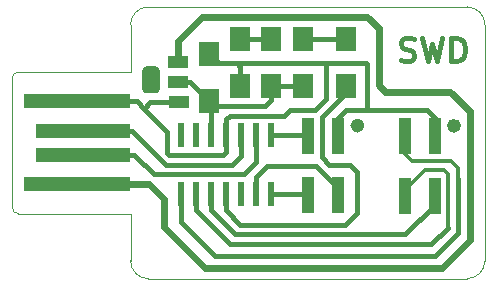
<source format=gbr>
%TF.GenerationSoftware,KiCad,Pcbnew,6.0.2-378541a8eb~116~ubuntu20.04.1*%
%TF.CreationDate,2022-02-22T12:30:53+00:00*%
%TF.ProjectId,Programmer-SWD-D11C,50726f67-7261-46d6-9d65-722d5357442d,rev?*%
%TF.SameCoordinates,Original*%
%TF.FileFunction,Copper,L1,Top*%
%TF.FilePolarity,Positive*%
%FSLAX46Y46*%
G04 Gerber Fmt 4.6, Leading zero omitted, Abs format (unit mm)*
G04 Created by KiCad (PCBNEW 6.0.2-378541a8eb~116~ubuntu20.04.1) date 2022-02-22 12:30:53*
%MOMM*%
%LPD*%
G01*
G04 APERTURE LIST*
G04 Aperture macros list*
%AMRoundRect*
0 Rectangle with rounded corners*
0 $1 Rounding radius*
0 $2 $3 $4 $5 $6 $7 $8 $9 X,Y pos of 4 corners*
0 Add a 4 corners polygon primitive as box body*
4,1,4,$2,$3,$4,$5,$6,$7,$8,$9,$2,$3,0*
0 Add four circle primitives for the rounded corners*
1,1,$1+$1,$2,$3*
1,1,$1+$1,$4,$5*
1,1,$1+$1,$6,$7*
1,1,$1+$1,$8,$9*
0 Add four rect primitives between the rounded corners*
20,1,$1+$1,$2,$3,$4,$5,0*
20,1,$1+$1,$4,$5,$6,$7,0*
20,1,$1+$1,$6,$7,$8,$9,0*
20,1,$1+$1,$8,$9,$2,$3,0*%
G04 Aperture macros list end*
%TA.AperFunction,Profile*%
%ADD10C,0.100000*%
%TD*%
%ADD11C,0.400000*%
%TA.AperFunction,NonConductor*%
%ADD12C,0.400000*%
%TD*%
%TA.AperFunction,EtchedComponent*%
%ADD13C,0.600000*%
%TD*%
%TA.AperFunction,SMDPad,CuDef*%
%ADD14R,0.600000X2.000000*%
%TD*%
%TA.AperFunction,SMDPad,CuDef*%
%ADD15R,1.700000X2.000000*%
%TD*%
%TA.AperFunction,SMDPad,CuDef*%
%ADD16R,9.000000X1.200000*%
%TD*%
%TA.AperFunction,SMDPad,CuDef*%
%ADD17R,8.000000X1.200000*%
%TD*%
%TA.AperFunction,SMDPad,CuDef*%
%ADD18R,1.800000X1.000000*%
%TD*%
%TA.AperFunction,SMDPad,CuDef*%
%ADD19RoundRect,0.381000X-0.381000X0.762000X-0.381000X-0.762000X0.381000X-0.762000X0.381000X0.762000X0*%
%TD*%
%TA.AperFunction,SMDPad,CuDef*%
%ADD20R,1.000000X3.150000*%
%TD*%
%TA.AperFunction,Conductor*%
%ADD21C,0.400000*%
%TD*%
%TA.AperFunction,Conductor*%
%ADD22C,0.390000*%
%TD*%
%TA.AperFunction,Conductor*%
%ADD23C,0.600000*%
%TD*%
%TA.AperFunction,Conductor*%
%ADD24C,0.300000*%
%TD*%
%TA.AperFunction,Conductor*%
%ADD25C,0.350000*%
%TD*%
G04 APERTURE END LIST*
D10*
X45002079Y23635387D02*
G75*
G03*
X43502079Y25135387I-1500001J-1D01*
G01*
X45002079Y3635387D02*
X45002079Y23635387D01*
X16502079Y2135387D02*
X43502079Y2135387D01*
X15002079Y19635387D02*
X5502079Y19635387D01*
X15002079Y23635387D02*
X15002079Y19635387D01*
X16502079Y25135387D02*
G75*
G03*
X15002079Y23635387I1J-1500001D01*
G01*
X15002079Y3635387D02*
G75*
G03*
X16502079Y2135387I1500001J1D01*
G01*
X5502079Y19635387D02*
G75*
G03*
X5002079Y19135387I1J-500001D01*
G01*
X43502079Y2135387D02*
G75*
G03*
X45002079Y3635387I-1J1500001D01*
G01*
X5002079Y19135387D02*
X5002079Y8135387D01*
X43502079Y25135387D02*
X16502079Y25135387D01*
X5002079Y8135387D02*
G75*
G03*
X5502079Y7635387I500001J1D01*
G01*
X5502079Y7635387D02*
X15002079Y7635387D01*
X15002079Y7635387D02*
X15002079Y3635387D01*
D11*
D12*
X37887793Y20625863D02*
X38173507Y20530625D01*
X38649698Y20530625D01*
X38840174Y20625863D01*
X38935412Y20721101D01*
X39030650Y20911577D01*
X39030650Y21102053D01*
X38935412Y21292529D01*
X38840174Y21387767D01*
X38649698Y21483006D01*
X38268745Y21578244D01*
X38078269Y21673482D01*
X37983031Y21768720D01*
X37887793Y21959196D01*
X37887793Y22149672D01*
X37983031Y22340148D01*
X38078269Y22435387D01*
X38268745Y22530625D01*
X38744936Y22530625D01*
X39030650Y22435387D01*
X39697317Y22530625D02*
X40173507Y20530625D01*
X40554459Y21959196D01*
X40935412Y20530625D01*
X41411602Y22530625D01*
X42173507Y20530625D02*
X42173507Y22530625D01*
X42649698Y22530625D01*
X42935412Y22435387D01*
X43125888Y22244910D01*
X43221126Y22054434D01*
X43316364Y21673482D01*
X43316364Y21387767D01*
X43221126Y21006815D01*
X43125888Y20816339D01*
X42935412Y20625863D01*
X42649698Y20530625D01*
X42173507Y20530625D01*
D13*
X34511823Y15095812D02*
G75*
G03*
X34511823Y15095812I-300000J0D01*
G01*
X42690000Y15075000D02*
G75*
G03*
X42690000Y15075000I-300000J0D01*
G01*
D14*
X19270000Y9300000D03*
X20540000Y9300000D03*
X21810000Y9300000D03*
X23080000Y9300000D03*
X24350000Y9300000D03*
X25620000Y9300000D03*
X26890000Y9300000D03*
X26890000Y14250000D03*
X25620000Y14250000D03*
X24350000Y14250000D03*
X23080000Y14250000D03*
X21810000Y14250000D03*
X20540000Y14250000D03*
X19270000Y14250000D03*
D15*
X26902079Y22435387D03*
X26902079Y18435387D03*
X33202079Y18435387D03*
X33202079Y22435387D03*
D16*
X10502079Y10135387D03*
D17*
X11002079Y12635387D03*
X11002079Y14635387D03*
D16*
X10502079Y17135387D03*
D15*
X21639640Y21179388D03*
X21639640Y17179388D03*
X24302079Y22435387D03*
X24302079Y18435387D03*
D18*
X19045780Y18760028D03*
X19045780Y20460028D03*
X19120780Y17085028D03*
D19*
X16695780Y18910028D03*
D20*
X32581823Y14220812D03*
X32581823Y9170812D03*
X30041823Y14220812D03*
X30041823Y9170812D03*
D15*
X29602079Y22435387D03*
X29602079Y18435387D03*
D20*
X40760000Y14200000D03*
X40760000Y9150000D03*
X38220000Y14200000D03*
X38220000Y9150000D03*
D21*
X20059000Y18760028D02*
X21639640Y17179388D01*
D22*
X21639640Y17179388D02*
X22079121Y16739907D01*
X26406599Y16739907D02*
X26902079Y17235387D01*
X26902079Y17235387D02*
X26902079Y18435387D01*
D21*
X19045780Y18760028D02*
X20059000Y18760028D01*
D22*
X26902079Y18435387D02*
X29602079Y18435387D01*
D21*
X21810000Y14250000D02*
X21810000Y17009028D01*
D22*
X22079121Y16739907D02*
X26406599Y16739907D01*
D21*
X21810000Y17009028D02*
X21639640Y17179388D01*
X21665216Y17089269D02*
X21665216Y17239269D01*
X23080000Y15613308D02*
X23402079Y15935387D01*
X22830000Y12600000D02*
X18270000Y12600000D01*
X15515442Y17135387D02*
X11102079Y17135387D01*
X18077451Y14573378D02*
X16115442Y16535387D01*
X16115442Y16535387D02*
X15515442Y17135387D01*
X31585413Y20356343D02*
X34974916Y20356343D01*
X24302079Y20035387D02*
X23981123Y20356343D01*
X32581823Y15715131D02*
X32581823Y14220812D01*
X27995509Y15935387D02*
X28494633Y16434511D01*
X16665083Y17085028D02*
X19120780Y17085028D01*
X40760000Y15760000D02*
X40120000Y16400000D01*
X33266692Y16400000D02*
X32581823Y15715131D01*
X23981123Y20356343D02*
X22462685Y20356343D01*
X23402079Y15935387D02*
X27995509Y15935387D01*
X23080000Y14250000D02*
X23080000Y12850000D01*
X16115442Y16535387D02*
X16665083Y17085028D01*
X18270000Y12600000D02*
X18077451Y12792549D01*
X30658956Y16434511D02*
X31585413Y17360968D01*
X35045097Y16400000D02*
X35012965Y16400000D01*
X40120000Y16400000D02*
X35045097Y16400000D01*
X35012965Y20318294D02*
X35012965Y16400000D01*
X22462685Y20356343D02*
X21639640Y21179388D01*
X28494633Y16434511D02*
X30658956Y16434511D01*
X24302079Y18435387D02*
X24302079Y20035387D01*
X18077451Y12792549D02*
X18077451Y14573378D01*
X40760000Y14200000D02*
X40760000Y15760000D01*
X23080000Y12850000D02*
X22830000Y12600000D01*
X34974916Y20356343D02*
X35012965Y20318294D01*
X31585413Y17360968D02*
X31585413Y20356343D01*
X35012965Y16400000D02*
X33266692Y16400000D01*
X31585413Y20356343D02*
X23981123Y20356343D01*
X23080000Y14250000D02*
X23080000Y15613308D01*
X30717445Y11646577D02*
X32410000Y9954022D01*
X32410000Y9954022D02*
X32410000Y9200000D01*
X25620000Y9300000D02*
X25620000Y10700000D01*
X26566577Y11646577D02*
X30717445Y11646577D01*
X25620000Y10700000D02*
X26566577Y11646577D01*
X26890000Y14250000D02*
X29870000Y14250000D01*
X29770000Y9300000D02*
X29870000Y9200000D01*
X26890000Y9300000D02*
X29770000Y9300000D01*
D23*
X35996194Y18541272D02*
X35996194Y23310690D01*
X43702079Y5382079D02*
X43702079Y16335387D01*
X35040930Y24265954D02*
X21025601Y24265954D01*
X11102079Y10135387D02*
X16543332Y10135387D01*
X35996194Y23310690D02*
X35040930Y24265954D01*
X42067716Y17969750D02*
X36567716Y17969750D01*
X16543332Y10135387D02*
X17845780Y8832939D01*
X19045780Y22286133D02*
X19045780Y20460028D01*
X17845780Y6483707D02*
X21299487Y3030000D01*
X36567716Y17969750D02*
X35996194Y18541272D01*
X21299487Y3030000D02*
X41350000Y3030000D01*
X17845780Y8832939D02*
X17845780Y6483707D01*
X43702079Y16335387D02*
X42067716Y17969750D01*
X41350000Y3030000D02*
X43702079Y5382079D01*
X21025601Y24265954D02*
X19045780Y22286133D01*
D21*
X16956693Y10950000D02*
X15271306Y12635387D01*
X25620000Y14250000D02*
X25620000Y12000000D01*
X15271306Y12635387D02*
X11202079Y12635387D01*
X25620000Y12000000D02*
X24570000Y10950000D01*
X24570000Y10950000D02*
X16956693Y10950000D01*
X15089779Y14635387D02*
X11002079Y14635387D01*
X23620000Y11750000D02*
X17975166Y11750000D01*
X24350000Y14250000D02*
X24350000Y12480000D01*
X24350000Y12480000D02*
X23620000Y11750000D01*
X17975166Y11750000D02*
X15089779Y14635387D01*
X38244022Y5880000D02*
X40760000Y8395978D01*
X23830000Y5880000D02*
X38244022Y5880000D01*
X21810000Y7900000D02*
X23830000Y5880000D01*
X21810000Y9300000D02*
X21810000Y7900000D01*
X40760000Y8395978D02*
X40760000Y9150000D01*
D24*
X42720000Y11524003D02*
X42713463Y11524003D01*
X42171977Y12065489D02*
X38857427Y12065489D01*
D21*
X42709520Y6795314D02*
X42702079Y6802755D01*
X42702079Y10582079D02*
X42720000Y10600000D01*
D24*
X42720000Y10600000D02*
X42720000Y11524003D01*
D21*
X19270000Y6920000D02*
X22180000Y4010000D01*
X42702079Y6802755D02*
X42702079Y10582079D01*
X42709520Y5959520D02*
X42709520Y6795314D01*
D24*
X38220000Y12702916D02*
X38220000Y14200000D01*
X38857427Y12065489D02*
X38220000Y12702916D01*
D21*
X22180000Y4010000D02*
X40760000Y4010000D01*
D24*
X42713463Y11524003D02*
X42171977Y12065489D01*
D21*
X19270000Y9300000D02*
X19270000Y6920000D01*
X40760000Y4010000D02*
X42709520Y5959520D01*
D24*
X39927955Y11335387D02*
X38220000Y9627432D01*
X41502079Y11335387D02*
X39927955Y11335387D01*
X41844511Y10992955D02*
X41502079Y11335387D01*
D25*
X41844511Y9735387D02*
X41844511Y6515489D01*
X41844511Y6515489D02*
X41900000Y6460000D01*
D21*
X40470000Y5030000D02*
X41900000Y6460000D01*
D24*
X41844511Y9735387D02*
X41844511Y10992955D01*
X38220000Y9627432D02*
X38220000Y9150000D01*
D21*
X20540000Y7900000D02*
X23410000Y5030000D01*
X20540000Y9300000D02*
X20540000Y7900000D01*
X23410000Y5030000D02*
X40470000Y5030000D01*
X24302079Y22435387D02*
X26902079Y22435387D01*
X29602079Y22435387D02*
X33202079Y22435387D01*
X34187239Y11188319D02*
X34187239Y7710978D01*
D22*
X33202079Y17837526D02*
X33202079Y18435387D01*
D21*
X23080000Y7900000D02*
X23080000Y9300000D01*
D22*
X31190708Y15826155D02*
X33202079Y17837526D01*
D21*
X31810197Y11782548D02*
X33593010Y11782548D01*
D22*
X31190708Y12402037D02*
X31810197Y11782548D01*
D21*
X33593010Y11782548D02*
X34187239Y11188319D01*
X24290480Y6689520D02*
X23080000Y7900000D01*
D22*
X31190708Y15826155D02*
X31190708Y12402037D01*
D21*
X34187239Y7710978D02*
X33165781Y6689520D01*
X33165781Y6689520D02*
X24290480Y6689520D01*
M02*

</source>
